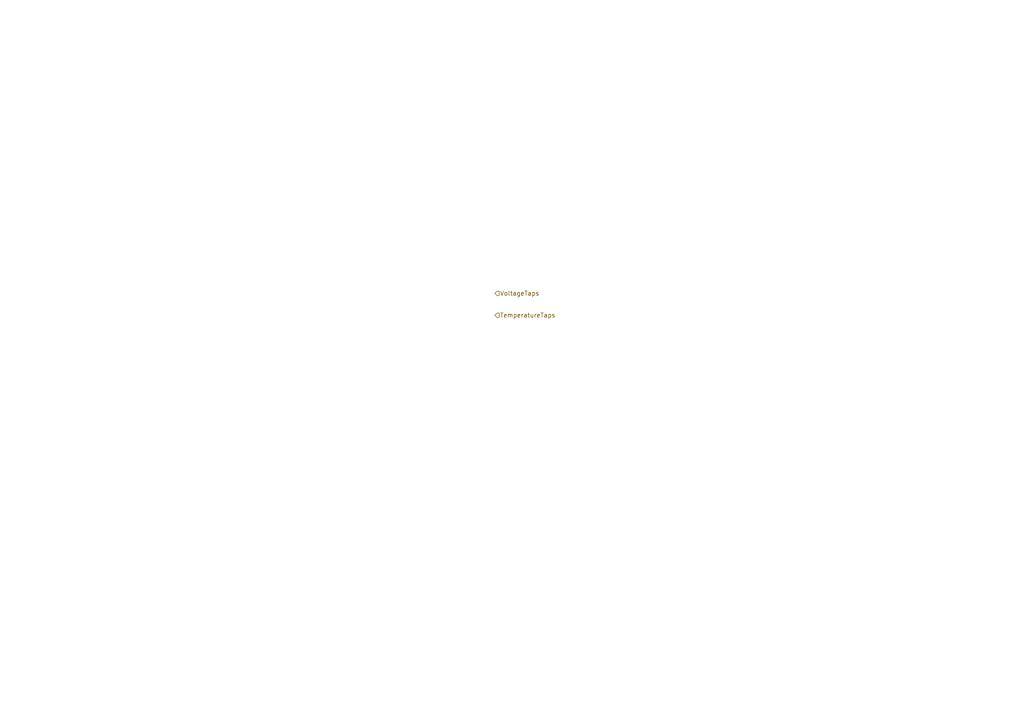
<source format=kicad_sch>
(kicad_sch
	(version 20250114)
	(generator "eeschema")
	(generator_version "9.0")
	(uuid "a75b9d60-efe3-42a6-8800-d99f3a66afe7")
	(paper "A4")
	(lib_symbols)
	(hierarchical_label "TemperatureTaps"
		(shape input)
		(at 143.51 91.44 0)
		(effects
			(font
				(size 1.27 1.27)
			)
			(justify left)
		)
		(uuid "1436602d-e8a8-42e5-99d2-1b16d52fdce0")
	)
	(hierarchical_label "VoltageTaps"
		(shape input)
		(at 143.51 85.09 0)
		(effects
			(font
				(size 1.27 1.27)
			)
			(justify left)
		)
		(uuid "4863345e-ce5b-4553-954a-865127cd492d")
	)
)

</source>
